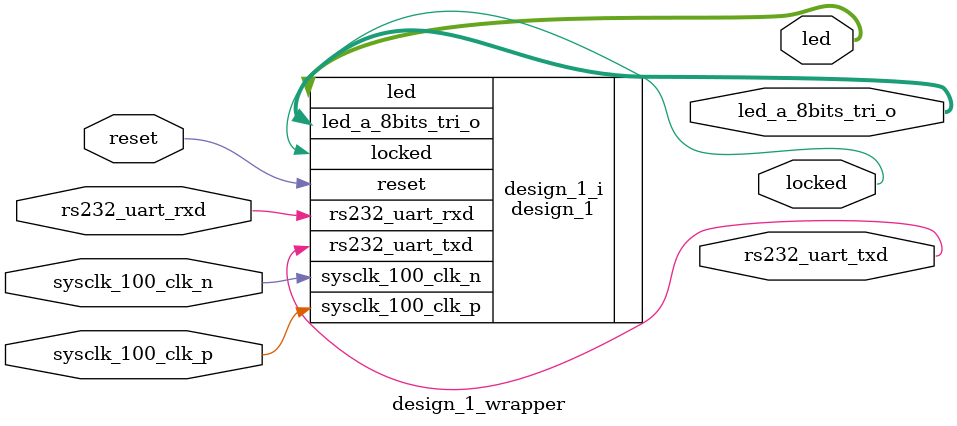
<source format=v>
`timescale 1 ps / 1 ps

module design_1_wrapper
   (led,
    led_a_8bits_tri_o,
    locked,
    reset,
    rs232_uart_rxd,
    rs232_uart_txd,
    sysclk_100_clk_n,
    sysclk_100_clk_p);
  output [6:0]led;
  output [7:0]led_a_8bits_tri_o;
  output [0:0]locked;
  input reset;
  input rs232_uart_rxd;
  output rs232_uart_txd;
  input sysclk_100_clk_n;
  input sysclk_100_clk_p;

  wire [6:0]led;
  wire [7:0]led_a_8bits_tri_o;
  wire [0:0]locked;
  wire reset;
  wire rs232_uart_rxd;
  wire rs232_uart_txd;
  wire sysclk_100_clk_n;
  wire sysclk_100_clk_p;

  design_1 design_1_i
       (.led(led),
        .led_a_8bits_tri_o(led_a_8bits_tri_o),
        .locked(locked),
        .reset(reset),
        .rs232_uart_rxd(rs232_uart_rxd),
        .rs232_uart_txd(rs232_uart_txd),
        .sysclk_100_clk_n(sysclk_100_clk_n),
        .sysclk_100_clk_p(sysclk_100_clk_p));
endmodule

</source>
